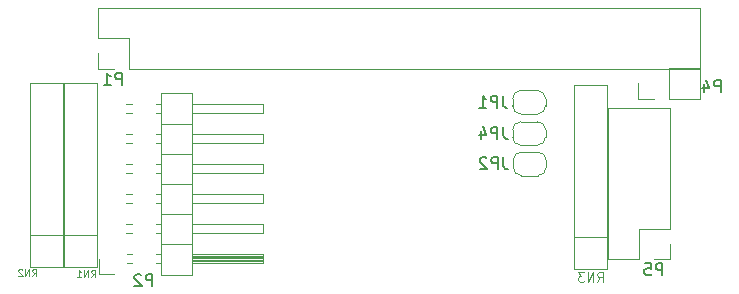
<source format=gbo>
G04 #@! TF.GenerationSoftware,KiCad,Pcbnew,(5.1.4)-1*
G04 #@! TF.CreationDate,2020-09-08T19:59:54+01:00*
G04 #@! TF.ProjectId,rgb-to-hdmi,7267622d-746f-42d6-9864-6d692e6b6963,rev?*
G04 #@! TF.SameCoordinates,Original*
G04 #@! TF.FileFunction,Legend,Bot*
G04 #@! TF.FilePolarity,Positive*
%FSLAX46Y46*%
G04 Gerber Fmt 4.6, Leading zero omitted, Abs format (unit mm)*
G04 Created by KiCad (PCBNEW (5.1.4)-1) date 2020-09-08 19:59:54*
%MOMM*%
%LPD*%
G04 APERTURE LIST*
%ADD10C,0.120000*%
%ADD11C,0.100000*%
%ADD12C,0.150000*%
G04 APERTURE END LIST*
D10*
X66137800Y-47500360D02*
X63337800Y-47500360D01*
X63337800Y-47500360D02*
X63337800Y-31920360D01*
X63337800Y-31920360D02*
X66137800Y-31920360D01*
X66137800Y-31920360D02*
X66137800Y-47500360D01*
X66137800Y-44790360D02*
X63337800Y-44790360D01*
X22978000Y-47347960D02*
X20178000Y-47347960D01*
X20178000Y-47347960D02*
X20178000Y-31767960D01*
X20178000Y-31767960D02*
X22978000Y-31767960D01*
X22978000Y-31767960D02*
X22978000Y-47347960D01*
X22978000Y-44637960D02*
X20178000Y-44637960D01*
X60271200Y-39618160D02*
G75*
G03X60971200Y-38918160I0J700000D01*
G01*
X60971200Y-38318160D02*
G75*
G03X60271200Y-37618160I-700000J0D01*
G01*
X58871200Y-37618160D02*
G75*
G03X58171200Y-38318160I0J-700000D01*
G01*
X58171200Y-38918160D02*
G75*
G03X58871200Y-39618160I700000J0D01*
G01*
X58171200Y-38318160D02*
X58171200Y-38918160D01*
X60271200Y-37618160D02*
X58871200Y-37618160D01*
X60971200Y-38918160D02*
X60971200Y-38318160D01*
X58871200Y-39618160D02*
X60271200Y-39618160D01*
X58820400Y-34411160D02*
X60220400Y-34411160D01*
X60920400Y-33711160D02*
X60920400Y-33111160D01*
X60220400Y-32411160D02*
X58820400Y-32411160D01*
X58120400Y-33111160D02*
X58120400Y-33711160D01*
X58120400Y-33711160D02*
G75*
G03X58820400Y-34411160I700000J0D01*
G01*
X58820400Y-32411160D02*
G75*
G03X58120400Y-33111160I0J-700000D01*
G01*
X60920400Y-33111160D02*
G75*
G03X60220400Y-32411160I-700000J0D01*
G01*
X60220400Y-34411160D02*
G75*
G03X60920400Y-33711160I0J700000D01*
G01*
X60220400Y-37052760D02*
G75*
G03X60920400Y-36352760I0J700000D01*
G01*
X60920400Y-35752760D02*
G75*
G03X60220400Y-35052760I-700000J0D01*
G01*
X58820400Y-35052760D02*
G75*
G03X58120400Y-35752760I0J-700000D01*
G01*
X58120400Y-36352760D02*
G75*
G03X58820400Y-37052760I700000J0D01*
G01*
X58120400Y-35752760D02*
X58120400Y-36352760D01*
X60220400Y-35052760D02*
X58820400Y-35052760D01*
X60920400Y-36352760D02*
X60920400Y-35752760D01*
X58820400Y-37052760D02*
X60220400Y-37052760D01*
X20057000Y-44637960D02*
X17257000Y-44637960D01*
X20057000Y-31767960D02*
X20057000Y-47347960D01*
X17257000Y-31767960D02*
X20057000Y-31767960D01*
X17257000Y-47347960D02*
X17257000Y-31767960D01*
X20057000Y-47347960D02*
X17257000Y-47347960D01*
X23042000Y-25400960D02*
X23042000Y-28000960D01*
X23042000Y-25400960D02*
X73962000Y-25400960D01*
X73962000Y-25400960D02*
X73962000Y-30600960D01*
X25642000Y-30600960D02*
X73962000Y-30600960D01*
X25642000Y-28000960D02*
X25642000Y-30600960D01*
X23042000Y-28000960D02*
X25642000Y-28000960D01*
X23042000Y-30600960D02*
X24372000Y-30600960D01*
X23042000Y-29270960D02*
X23042000Y-30600960D01*
X71362000Y-30480960D02*
X71362000Y-33140960D01*
X71362000Y-30480960D02*
X73962000Y-30480960D01*
X73962000Y-30480960D02*
X73962000Y-33140960D01*
X71362000Y-33140960D02*
X73962000Y-33140960D01*
X68762000Y-33140960D02*
X70092000Y-33140960D01*
X68762000Y-31810960D02*
X68762000Y-33140960D01*
X70097200Y-46704560D02*
X71427200Y-46704560D01*
X71427200Y-46704560D02*
X71427200Y-45374560D01*
X68827200Y-46704560D02*
X68827200Y-44104560D01*
X68827200Y-44104560D02*
X71427200Y-44104560D01*
X71427200Y-44104560D02*
X71427200Y-33884560D01*
X66227200Y-33884560D02*
X71427200Y-33884560D01*
X66227200Y-46704560D02*
X66227200Y-33884560D01*
X66227200Y-46704560D02*
X68827200Y-46704560D01*
X23102000Y-47939960D02*
X24372000Y-47939960D01*
X23102000Y-46669960D02*
X23102000Y-47939960D01*
X25414929Y-33589960D02*
X25869071Y-33589960D01*
X25414929Y-34349960D02*
X25869071Y-34349960D01*
X27954929Y-33589960D02*
X28352000Y-33589960D01*
X27954929Y-34349960D02*
X28352000Y-34349960D01*
X37012000Y-33589960D02*
X31012000Y-33589960D01*
X37012000Y-34349960D02*
X37012000Y-33589960D01*
X31012000Y-34349960D02*
X37012000Y-34349960D01*
X28352000Y-35239960D02*
X31012000Y-35239960D01*
X25414929Y-36129960D02*
X25869071Y-36129960D01*
X25414929Y-36889960D02*
X25869071Y-36889960D01*
X27954929Y-36129960D02*
X28352000Y-36129960D01*
X27954929Y-36889960D02*
X28352000Y-36889960D01*
X37012000Y-36129960D02*
X31012000Y-36129960D01*
X37012000Y-36889960D02*
X37012000Y-36129960D01*
X31012000Y-36889960D02*
X37012000Y-36889960D01*
X28352000Y-37779960D02*
X31012000Y-37779960D01*
X25414929Y-38669960D02*
X25869071Y-38669960D01*
X25414929Y-39429960D02*
X25869071Y-39429960D01*
X27954929Y-38669960D02*
X28352000Y-38669960D01*
X27954929Y-39429960D02*
X28352000Y-39429960D01*
X37012000Y-38669960D02*
X31012000Y-38669960D01*
X37012000Y-39429960D02*
X37012000Y-38669960D01*
X31012000Y-39429960D02*
X37012000Y-39429960D01*
X28352000Y-40319960D02*
X31012000Y-40319960D01*
X25414929Y-41209960D02*
X25869071Y-41209960D01*
X25414929Y-41969960D02*
X25869071Y-41969960D01*
X27954929Y-41209960D02*
X28352000Y-41209960D01*
X27954929Y-41969960D02*
X28352000Y-41969960D01*
X37012000Y-41209960D02*
X31012000Y-41209960D01*
X37012000Y-41969960D02*
X37012000Y-41209960D01*
X31012000Y-41969960D02*
X37012000Y-41969960D01*
X28352000Y-42859960D02*
X31012000Y-42859960D01*
X25414929Y-43749960D02*
X25869071Y-43749960D01*
X25414929Y-44509960D02*
X25869071Y-44509960D01*
X27954929Y-43749960D02*
X28352000Y-43749960D01*
X27954929Y-44509960D02*
X28352000Y-44509960D01*
X37012000Y-43749960D02*
X31012000Y-43749960D01*
X37012000Y-44509960D02*
X37012000Y-43749960D01*
X31012000Y-44509960D02*
X37012000Y-44509960D01*
X28352000Y-45399960D02*
X31012000Y-45399960D01*
X25482000Y-46289960D02*
X25869071Y-46289960D01*
X25482000Y-47049960D02*
X25869071Y-47049960D01*
X27954929Y-46289960D02*
X28352000Y-46289960D01*
X27954929Y-47049960D02*
X28352000Y-47049960D01*
X31012000Y-46389960D02*
X37012000Y-46389960D01*
X31012000Y-46509960D02*
X37012000Y-46509960D01*
X31012000Y-46629960D02*
X37012000Y-46629960D01*
X31012000Y-46749960D02*
X37012000Y-46749960D01*
X31012000Y-46869960D02*
X37012000Y-46869960D01*
X31012000Y-46989960D02*
X37012000Y-46989960D01*
X37012000Y-46289960D02*
X31012000Y-46289960D01*
X37012000Y-47049960D02*
X37012000Y-46289960D01*
X31012000Y-47049960D02*
X37012000Y-47049960D01*
X31012000Y-47999960D02*
X28352000Y-47999960D01*
X31012000Y-32639960D02*
X31012000Y-47999960D01*
X28352000Y-32639960D02*
X31012000Y-32639960D01*
X28352000Y-47999960D02*
X28352000Y-32639960D01*
X65290180Y-48606664D02*
X65556847Y-48225712D01*
X65747323Y-48606664D02*
X65747323Y-47806664D01*
X65442561Y-47806664D01*
X65366371Y-47844760D01*
X65328276Y-47882855D01*
X65290180Y-47959045D01*
X65290180Y-48073331D01*
X65328276Y-48149521D01*
X65366371Y-48187617D01*
X65442561Y-48225712D01*
X65747323Y-48225712D01*
X64947323Y-48606664D02*
X64947323Y-47806664D01*
X64490180Y-48606664D01*
X64490180Y-47806664D01*
X64185419Y-47806664D02*
X63690180Y-47806664D01*
X63956847Y-48111426D01*
X63842561Y-48111426D01*
X63766371Y-48149521D01*
X63728276Y-48187617D01*
X63690180Y-48263807D01*
X63690180Y-48454283D01*
X63728276Y-48530474D01*
X63766371Y-48568569D01*
X63842561Y-48606664D01*
X64071133Y-48606664D01*
X64147323Y-48568569D01*
X64185419Y-48530474D01*
D11*
X22454565Y-48211388D02*
X22654565Y-47925674D01*
X22797422Y-48211388D02*
X22797422Y-47611388D01*
X22568851Y-47611388D01*
X22511708Y-47639960D01*
X22483137Y-47668531D01*
X22454565Y-47725674D01*
X22454565Y-47811388D01*
X22483137Y-47868531D01*
X22511708Y-47897102D01*
X22568851Y-47925674D01*
X22797422Y-47925674D01*
X22197422Y-48211388D02*
X22197422Y-47611388D01*
X21854565Y-48211388D01*
X21854565Y-47611388D01*
X21254565Y-48211388D02*
X21597422Y-48211388D01*
X21425994Y-48211388D02*
X21425994Y-47611388D01*
X21483137Y-47697102D01*
X21540280Y-47754245D01*
X21597422Y-47782817D01*
D12*
X57341533Y-38070540D02*
X57341533Y-38784826D01*
X57389152Y-38927683D01*
X57484390Y-39022921D01*
X57627247Y-39070540D01*
X57722485Y-39070540D01*
X56865342Y-39070540D02*
X56865342Y-38070540D01*
X56484390Y-38070540D01*
X56389152Y-38118160D01*
X56341533Y-38165779D01*
X56293914Y-38261017D01*
X56293914Y-38403874D01*
X56341533Y-38499112D01*
X56389152Y-38546731D01*
X56484390Y-38594350D01*
X56865342Y-38594350D01*
X55912961Y-38165779D02*
X55865342Y-38118160D01*
X55770104Y-38070540D01*
X55532009Y-38070540D01*
X55436771Y-38118160D01*
X55389152Y-38165779D01*
X55341533Y-38261017D01*
X55341533Y-38356255D01*
X55389152Y-38499112D01*
X55960580Y-39070540D01*
X55341533Y-39070540D01*
X57305733Y-32863540D02*
X57305733Y-33577826D01*
X57353352Y-33720683D01*
X57448590Y-33815921D01*
X57591447Y-33863540D01*
X57686685Y-33863540D01*
X56829542Y-33863540D02*
X56829542Y-32863540D01*
X56448590Y-32863540D01*
X56353352Y-32911160D01*
X56305733Y-32958779D01*
X56258114Y-33054017D01*
X56258114Y-33196874D01*
X56305733Y-33292112D01*
X56353352Y-33339731D01*
X56448590Y-33387350D01*
X56829542Y-33387350D01*
X55305733Y-33863540D02*
X55877161Y-33863540D01*
X55591447Y-33863540D02*
X55591447Y-32863540D01*
X55686685Y-33006398D01*
X55781923Y-33101636D01*
X55877161Y-33149255D01*
X57320733Y-35505140D02*
X57320733Y-36219426D01*
X57368352Y-36362283D01*
X57463590Y-36457521D01*
X57606447Y-36505140D01*
X57701685Y-36505140D01*
X56844542Y-36505140D02*
X56844542Y-35505140D01*
X56463590Y-35505140D01*
X56368352Y-35552760D01*
X56320733Y-35600379D01*
X56273114Y-35695617D01*
X56273114Y-35838474D01*
X56320733Y-35933712D01*
X56368352Y-35981331D01*
X56463590Y-36028950D01*
X56844542Y-36028950D01*
X55415971Y-35838474D02*
X55415971Y-36505140D01*
X55654066Y-35457521D02*
X55892161Y-36171807D01*
X55273114Y-36171807D01*
D11*
X17466285Y-48122488D02*
X17666285Y-47836774D01*
X17809142Y-48122488D02*
X17809142Y-47522488D01*
X17580571Y-47522488D01*
X17523428Y-47551060D01*
X17494857Y-47579631D01*
X17466285Y-47636774D01*
X17466285Y-47722488D01*
X17494857Y-47779631D01*
X17523428Y-47808202D01*
X17580571Y-47836774D01*
X17809142Y-47836774D01*
X17209142Y-48122488D02*
X17209142Y-47522488D01*
X16866285Y-48122488D01*
X16866285Y-47522488D01*
X16609142Y-47579631D02*
X16580571Y-47551060D01*
X16523428Y-47522488D01*
X16380571Y-47522488D01*
X16323428Y-47551060D01*
X16294857Y-47579631D01*
X16266285Y-47636774D01*
X16266285Y-47693917D01*
X16294857Y-47779631D01*
X16637714Y-48122488D01*
X16266285Y-48122488D01*
D12*
X25050095Y-31923340D02*
X25050095Y-30923340D01*
X24669142Y-30923340D01*
X24573904Y-30970960D01*
X24526285Y-31018579D01*
X24478666Y-31113817D01*
X24478666Y-31256674D01*
X24526285Y-31351912D01*
X24573904Y-31399531D01*
X24669142Y-31447150D01*
X25050095Y-31447150D01*
X23526285Y-31923340D02*
X24097714Y-31923340D01*
X23812000Y-31923340D02*
X23812000Y-30923340D01*
X23907238Y-31066198D01*
X24002476Y-31161436D01*
X24097714Y-31209055D01*
X75730095Y-32543340D02*
X75730095Y-31543340D01*
X75349142Y-31543340D01*
X75253904Y-31590960D01*
X75206285Y-31638579D01*
X75158666Y-31733817D01*
X75158666Y-31876674D01*
X75206285Y-31971912D01*
X75253904Y-32019531D01*
X75349142Y-32067150D01*
X75730095Y-32067150D01*
X74301523Y-31876674D02*
X74301523Y-32543340D01*
X74539619Y-31495721D02*
X74777714Y-32210007D01*
X74158666Y-32210007D01*
X70809895Y-48062140D02*
X70809895Y-47062140D01*
X70428942Y-47062140D01*
X70333704Y-47109760D01*
X70286085Y-47157379D01*
X70238466Y-47252617D01*
X70238466Y-47395474D01*
X70286085Y-47490712D01*
X70333704Y-47538331D01*
X70428942Y-47585950D01*
X70809895Y-47585950D01*
X69333704Y-47062140D02*
X69809895Y-47062140D01*
X69857514Y-47538331D01*
X69809895Y-47490712D01*
X69714657Y-47443093D01*
X69476561Y-47443093D01*
X69381323Y-47490712D01*
X69333704Y-47538331D01*
X69286085Y-47633569D01*
X69286085Y-47871664D01*
X69333704Y-47966902D01*
X69381323Y-48014521D01*
X69476561Y-48062140D01*
X69714657Y-48062140D01*
X69809895Y-48014521D01*
X69857514Y-47966902D01*
X27629895Y-48976540D02*
X27629895Y-47976540D01*
X27248942Y-47976540D01*
X27153704Y-48024160D01*
X27106085Y-48071779D01*
X27058466Y-48167017D01*
X27058466Y-48309874D01*
X27106085Y-48405112D01*
X27153704Y-48452731D01*
X27248942Y-48500350D01*
X27629895Y-48500350D01*
X26677514Y-48071779D02*
X26629895Y-48024160D01*
X26534657Y-47976540D01*
X26296561Y-47976540D01*
X26201323Y-48024160D01*
X26153704Y-48071779D01*
X26106085Y-48167017D01*
X26106085Y-48262255D01*
X26153704Y-48405112D01*
X26725133Y-48976540D01*
X26106085Y-48976540D01*
M02*

</source>
